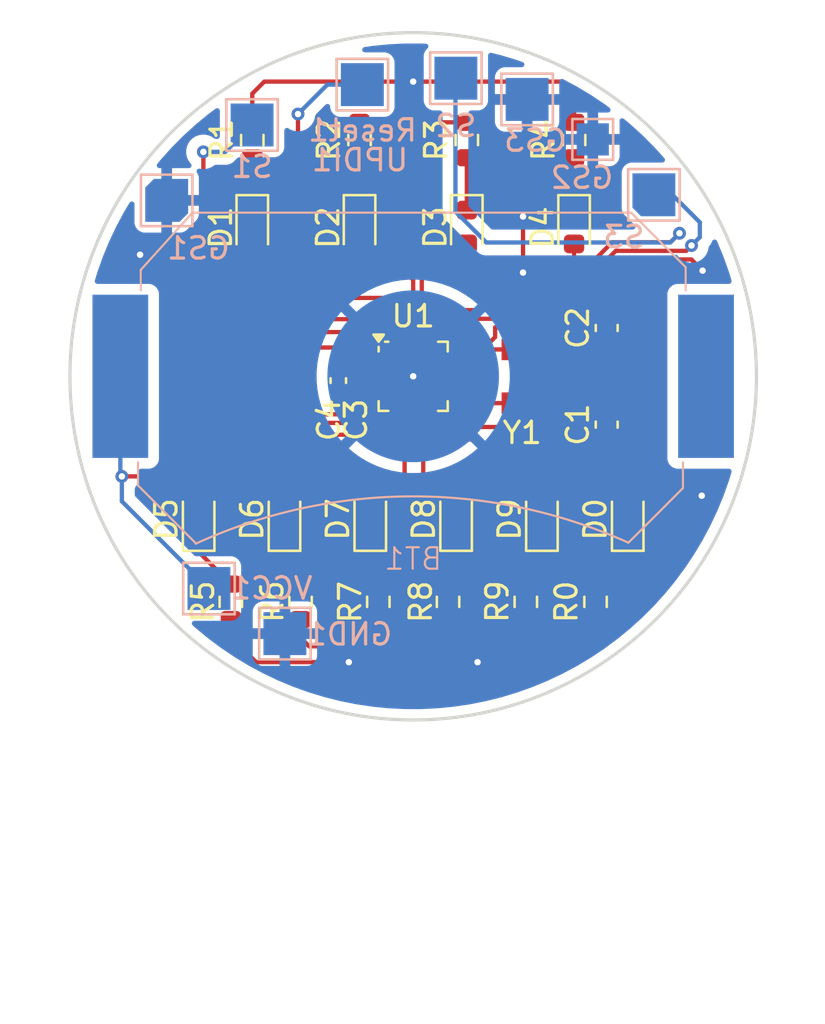
<source format=kicad_pcb>
(kicad_pcb (version 20241229) (generator "pcbnew") (generator_version "9.0")
  (layers (0 "F.Cu" signal) (2 "B.Cu" signal) (13 "F.Paste" user) (15 "B.Paste" user) (5 "F.SilkS" user "F.Silkscreen") (7 "B.SilkS" user "B.Silkscreen") (1 "F.Mask" user) (3 "B.Mask" user) (25 "Edge.Cuts" user))
  (net 0 "")
  (net 1 "Net-(U1-PB3)")
  (net 2 "Net-(U1-PB2)")
  (net 3 "Net-(D1-A)")
  (net 4 "Net-(D1-K)")
  (net 5 "Net-(D2-K)")
  (net 6 "Net-(D2-A)")
  (net 7 "Net-(D3-A)")
  (net 8 "Net-(D3-K)")
  (net 9 "Net-(D4-A)")
  (net 10 "Net-(D4-K)")
  (net 11 "Net-(D5-K)")
  (net 12 "Net-(D5-A)")
  (net 13 "Net-(D6-A)")
  (net 14 "Net-(D6-K)")
  (net 15 "Net-(D7-K)")
  (net 16 "Net-(D7-A)")
  (net 17 "Net-(D8-K)")
  (net 18 "Net-(D8-A)")
  (net 19 "Net-(D9-K)")
  (net 20 "Net-(D9-A)")
  (net 21 "Net-(U1-~{RESET}{slash}PA0)")
  (net 23 "VCC")
  (net 24 "GND")
  (net 25 "Net-(D0-A)")
  (net 26 "Net-(D0-K)")
  (net 27 "Net-(S1-In)")
  (net 28 "Net-(S2-In)")
  (net 30 "Net-(S3-In)")
  (footprint "Resistor_SMD:R_0603_1608Metric" (layer "F.Cu") (at 94.75 110.5 -90)
    (property "Reference" "R6" (at -0.01 1.32 90) (layer "F.SilkS"))
    (property "Value" "50Ω")
    (fp_line (start -0.237258 0.5225) (end 0.237258 0.5225) (stroke (width 0.12)) (layer "F.SilkS"))
    (fp_line (start -0.237258 -0.5225) (end 0.237258 -0.5225) (stroke (width 0.12)) (layer "F.SilkS"))
    (pad "1" smd roundrect (at -0.825 0 270) (size 0.8 0.95) (layers "F.Cu" "F.Mask" "F.Paste") (net 14 "Net-(D6-K)"))
    (pad "2" smd roundrect (at 0.825 0 270) (size 0.8 0.95) (layers "F.Cu" "F.Mask" "F.Paste") (net 24 "GND"))
  )
  (footprint "LED_SMD:LED_0603_1608Metric" (layer "F.Cu") (at 106 106.64 90)
    (property "Reference" "D9" (at -0.02 -1.51 90) (layer "F.SilkS"))
    (property "Value" "LED")
    (fp_line (start 0.8 -0.735) (end -1.485 -0.735) (stroke (width 0.12)) (layer "F.SilkS"))
    (fp_line (start -1.485 -0.735) (end -1.485 0.735) (stroke (width 0.12)) (layer "F.SilkS"))
    (fp_line (start -1.485 0.735) (end 0.8 0.735) (stroke (width 0.12)) (layer "F.SilkS"))
    (pad "1" smd roundrect (at -0.7875 0 90) (size 0.875 0.95) (layers "F.Cu" "F.Mask" "F.Paste") (net 19 "Net-(D9-K)"))
    (pad "2" smd roundrect (at 0.7875 0 90) (size 0.875 0.95) (layers "F.Cu" "F.Mask" "F.Paste") (net 20 "Net-(D9-A)"))
  )
  (footprint "LED_SMD:LED_0603_1608Metric" (layer "F.Cu") (at 90 106.64 90)
    (property "Reference" "D5" (at -0.02 -1.51 90) (layer "F.SilkS"))
    (property "Value" "LED")
    (fp_line (start 0.8 -0.735) (end -1.485 -0.735) (stroke (width 0.12)) (layer "F.SilkS"))
    (fp_line (start -1.485 -0.735) (end -1.485 0.735) (stroke (width 0.12)) (layer "F.SilkS"))
    (fp_line (start -1.485 0.735) (end 0.8 0.735) (stroke (width 0.12)) (layer "F.SilkS"))
    (pad "1" smd roundrect (at -0.7875 0 90) (size 0.875 0.95) (layers "F.Cu" "F.Mask" "F.Paste") (net 11 "Net-(D5-K)"))
    (pad "2" smd roundrect (at 0.7875 0 90) (size 0.875 0.95) (layers "F.Cu" "F.Mask" "F.Paste") (net 12 "Net-(D5-A)"))
  )
  (footprint "Package_DFN_QFN:VQFN-20-1EP_3x3mm_P0.4mm_EP1.7x1.7mm" (layer "F.Cu") (at 100 100)
    (property "Reference" "U1" (at 0 -2.8 0) (layer "F.SilkS"))
    (property "Value" "ATtiny1616-M")
    (fp_line (start -1.61 -1.16) (end -1.61 -1.37) (stroke (width 0.12)) (layer "F.SilkS"))
    (fp_line (start -1.61 1.61) (end -1.61 1.16) (stroke (width 0.12)) (layer "F.SilkS"))
    (fp_line (start -1.16 -1.61) (end -1.31 -1.61) (stroke (width 0.12)) (layer "F.SilkS"))
    (fp_line (start -1.16 1.61) (end -1.61 1.61) (stroke (width 0.12)) (layer "F.SilkS"))
    (fp_line (start 1.16 -1.61) (end 1.61 -1.61) (stroke (width 0.12)) (layer "F.SilkS"))
    (fp_line (start 1.16 1.61) (end 1.61 1.61) (stroke (width 0.12)) (layer "F.SilkS"))
    (fp_line (start 1.61 -1.61) (end 1.61 -1.16) (stroke (width 0.12)) (layer "F.SilkS"))
    (fp_line (start 1.61 1.61) (end 1.61 1.16) (stroke (width 0.12)) (layer "F.SilkS"))
    (fp_poly (pts (xy -1.61 -1.61) (xy -1.85 -1.94) (xy -1.37 -1.94)) (stroke (width 0.12)) (fill yes) (layer "F.SilkS"))
    (pad "1" smd custom (at -1.45 -0.8) (size 0.143431 0.143431) (layers "F.Cu" "F.Mask" "F.Paste") (net 27 "Net-(S1-In)") (options (clearance outline) (anchor circle)) (primitives (gr_poly (pts (xy -0.35 -0.05) (xy 0.299289 -0.05) (xy 0.35 0.000711) (xy 0.35 0.05) (xy -0.35 0.05)) (width 0.1) (fill yes))))
    (pad "2" smd roundrect (at -1.45 -0.4) (size 0.8 0.2) (layers "F.Cu" "F.Mask" "F.Paste"))
    (pad "3" smd roundrect (at -1.45 0) (size 0.8 0.2) (layers "F.Cu" "F.Mask" "F.Paste") (net 24 "GND"))
    (pad "4" smd roundrect (at -1.45 0.4) (size 0.8 0.2) (layers "F.Cu" "F.Mask" "F.Paste") (net 23 "VCC"))
    (pad "5" smd custom (at -1.45 0.8) (size 0.143431 0.143431) (layers "F.Cu" "F.Mask" "F.Paste") (net 12 "Net-(D5-A)") (options (clearance outline) (anchor circle)) (primitives (gr_poly (pts (xy -0.35 -0.05) (xy 0.35 -0.05) (xy 0.35 -0.000711) (xy 0.299289 0.05) (xy -0.35 0.05)) (width 0.1) (fill yes))))
    (pad "6" smd custom (at -0.8 1.45) (size 0.143431 0.143431) (layers "F.Cu" "F.Mask" "F.Paste") (net 13 "Net-(D6-A)") (options (clearance outline) (anchor circle)) (primitives (gr_poly (pts (xy -0.05 -0.299289) (xy 0.000711 -0.35) (xy 0.05 -0.35) (xy 0.05 0.35) (xy -0.05 0.35)) (width 0.1) (fill yes))))
    (pad "7" smd roundrect (at -0.4 1.45) (size 0.2 0.8) (layers "F.Cu" "F.Mask" "F.Paste") (net 16 "Net-(D7-A)"))
    (pad "8" smd roundrect (at 0 1.45) (size 0.2 0.8) (layers "F.Cu" "F.Mask" "F.Paste") (net 18 "Net-(D8-A)"))
    (pad "9" smd roundrect (at 0.4 1.45) (size 0.2 0.8) (layers "F.Cu" "F.Mask" "F.Paste") (net 20 "Net-(D9-A)"))
    (pad "10" smd custom (at 0.8 1.45) (size 0.143431 0.143431) (layers "F.Cu" "F.Mask" "F.Paste") (net 25 "Net-(D0-A)") (options (clearance outline) (anchor circle)) (primitives (gr_poly (pts (xy -0.05 -0.35) (xy -0.000711 -0.35) (xy 0.05 -0.299289) (xy 0.05 0.35) (xy -0.05 0.35)) (width 0.1) (fill yes))))
    (pad "11" smd custom (at 1.45 0.8) (size 0.143431 0.143431) (layers "F.Cu" "F.Mask" "F.Paste") (net 1 "Net-(U1-PB3)") (options (clearance outline) (anchor circle)) (primitives (gr_poly (pts (xy -0.35 -0.05) (xy 0.35 -0.05) (xy 0.35 0.05) (xy -0.299289 0.05) (xy -0.35 -0.000711)) (width 0.1) (fill yes))))
    (pad "12" smd roundrect (at 1.45 0.4) (size 0.8 0.2) (layers "F.Cu" "F.Mask" "F.Paste") (net 2 "Net-(U1-PB2)"))
    (pad "13" smd roundrect (at 1.45 0) (size 0.8 0.2) (layers "F.Cu" "F.Mask" "F.Paste") (net 30 "Net-(S3-In)"))
    (pad "14" smd roundrect (at 1.45 -0.4) (size 0.8 0.2) (layers "F.Cu" "F.Mask" "F.Paste"))
    (pad "15" smd custom (at 1.45 -0.8) (size 0.143431 0.143431) (layers "F.Cu" "F.Mask" "F.Paste") (net 28 "Net-(S2-In)") (options (clearance outline) (anchor circle)) (primitives (gr_poly (pts (xy -0.35 0.000711) (xy -0.299289 -0.05) (xy 0.35 -0.05) (xy 0.35 0.05) (xy -0.35 0.05)) (width 0.1) (fill yes))))
    (pad "16" smd custom (at 0.8 -1.45) (size 0.143431 0.143431) (layers "F.Cu" "F.Mask" "F.Paste") (net 9 "Net-(D4-A)") (options (clearance outline) (anchor circle)) (primitives (gr_poly (pts (xy -0.05 -0.35) (xy 0.05 -0.35) (xy 0.05 0.299289) (xy -0.000711 0.35) (xy -0.05 0.35)) (width 0.1) (fill yes))))
    (pad "17" smd roundrect (at 0.4 -1.45) (size 0.2 0.8) (layers "F.Cu" "F.Mask" "F.Paste") (net 7 "Net-(D3-A)"))
    (pad "18" smd roundrect (at 0 -1.45) (size 0.2 0.8) (layers "F.Cu" "F.Mask" "F.Paste") (net 6 "Net-(D2-A)"))
    (pad "19" smd roundrect (at -0.4 -1.45) (size 0.2 0.8) (layers "F.Cu" "F.Mask" "F.Paste") (net 21 "Net-(U1-~{RESET}{slash}PA0)"))
    (pad "20" smd custom (at -0.8 -1.45) (size 0.143431 0.143431) (layers "F.Cu" "F.Mask" "F.Paste") (net 3 "Net-(D1-A)") (options (clearance outline) (anchor circle)) (primitives (gr_poly (pts (xy -0.05 -0.35) (xy 0.05 -0.35) (xy 0.05 0.35) (xy 0.000711 0.35) (xy -0.05 0.299289)) (width 0.1) (fill yes))))
    (pad "21" smd rect (at 0 0) (size 1.7 1.7) (property pad_prop_heatsink) (layers "F.Cu" "F.Mask") (net 24 "GND"))
  )
  (footprint "LED_SMD:LED_0603_1608Metric" (layer "F.Cu") (at 98 106.64 90)
    (property "Reference" "D7" (at -0.02 -1.51 90) (layer "F.SilkS"))
    (property "Value" "LED")
    (fp_line (start 0.8 -0.735) (end -1.485 -0.735) (stroke (width 0.12)) (layer "F.SilkS"))
    (fp_line (start -1.485 -0.735) (end -1.485 0.735) (stroke (width 0.12)) (layer "F.SilkS"))
    (fp_line (start -1.485 0.735) (end 0.8 0.735) (stroke (width 0.12)) (layer "F.SilkS"))
    (pad "1" smd roundrect (at -0.7875 0 90) (size 0.875 0.95) (layers "F.Cu" "F.Mask" "F.Paste") (net 15 "Net-(D7-K)"))
    (pad "2" smd roundrect (at 0.7875 0 90) (size 0.875 0.95) (layers "F.Cu" "F.Mask" "F.Paste") (net 16 "Net-(D7-A)"))
  )
  (footprint "Resistor_SMD:R_0603_1608Metric" (layer "F.Cu") (at 92.5 89 90)
    (property "Reference" "R1" (at 0 -1.43 90) (layer "F.SilkS"))
    (property "Value" "50Ω")
    (fp_line (start -0.237258 -0.5225) (end 0.237258 -0.5225) (stroke (width 0.12)) (layer "F.SilkS"))
    (fp_line (start -0.237258 0.5225) (end 0.237258 0.5225) (stroke (width 0.12)) (layer "F.SilkS"))
    (pad "1" smd roundrect (at -0.825 0 90) (size 0.8 0.95) (layers "F.Cu" "F.Mask" "F.Paste") (net 4 "Net-(D1-K)"))
    (pad "2" smd roundrect (at 0.825 0 90) (size 0.8 0.95) (layers "F.Cu" "F.Mask" "F.Paste") (net 24 "GND"))
  )
  (footprint "Capacitor_SMD:C_0603_1608Metric" (layer "F.Cu") (at 109.02 102.25 -90)
    (property "Reference" "C1" (at 0 1.35 90) (layer "F.SilkS"))
    (property "Value" "15pf")
    (fp_line (start -0.14058 0.51) (end 0.14058 0.51) (stroke (width 0.12)) (layer "F.SilkS"))
    (fp_line (start -0.14058 -0.51) (end 0.14058 -0.51) (stroke (width 0.12)) (layer "F.SilkS"))
    (pad "1" smd roundrect (at -0.775 0 270) (size 0.9 0.95) (layers "F.Cu" "F.Mask" "F.Paste") (net 1 "Net-(U1-PB3)"))
    (pad "2" smd roundrect (at 0.775 0 270) (size 0.9 0.95) (layers "F.Cu" "F.Mask" "F.Paste") (net 24 "GND"))
  )
  (footprint "Resistor_SMD:R_0603_1608Metric" (layer "F.Cu") (at 98.375 110.5 -90)
    (property "Reference" "R7" (at 0.01 1.315 90) (layer "F.SilkS"))
    (property "Value" "50Ω")
    (fp_line (start -0.237258 0.5225) (end 0.237258 0.5225) (stroke (width 0.12)) (layer "F.SilkS"))
    (fp_line (start -0.237258 -0.5225) (end 0.237258 -0.5225) (stroke (width 0.12)) (layer "F.SilkS"))
    (pad "1" smd roundrect (at -0.825 0 270) (size 0.8 0.95) (layers "F.Cu" "F.Mask" "F.Paste") (net 15 "Net-(D7-K)"))
    (pad "2" smd roundrect (at 0.825 0 270) (size 0.8 0.95) (layers "F.Cu" "F.Mask" "F.Paste") (net 24 "GND"))
  )
  (footprint "LED_SMD:LED_0603_1608Metric" (layer "F.Cu") (at 92.5 93.05 -90)
    (property "Reference" "D1" (at 0.03 1.47 90) (layer "F.SilkS"))
    (property "Value" "LED")
    (fp_line (start -1.485 0.735) (end 0.8 0.735) (stroke (width 0.12)) (layer "F.SilkS"))
    (fp_line (start -1.485 -0.735) (end -1.485 0.735) (stroke (width 0.12)) (layer "F.SilkS"))
    (fp_line (start 0.8 -0.735) (end -1.485 -0.735) (stroke (width 0.12)) (layer "F.SilkS"))
    (pad "1" smd roundrect (at -0.7875 0 270) (size 0.875 0.95) (layers "F.Cu" "F.Mask" "F.Paste") (net 4 "Net-(D1-K)"))
    (pad "2" smd roundrect (at 0.7875 0 270) (size 0.875 0.95) (layers "F.Cu" "F.Mask" "F.Paste") (net 3 "Net-(D1-A)"))
  )
  (footprint "Capacitor_SMD:C_0201_0603Metric" (layer "F.Cu") (at 97.33 100.18 90)
    (property "Reference" "C3" (at -1.85 0 90) (layer "F.SilkS"))
    (property "Value" "0.1 µF")
    (pad "1" smd roundrect (at -0.32 0 90) (size 0.46 0.4) (layers "F.Cu" "F.Mask") (net 23 "VCC"))
    (pad "2" smd roundrect (at 0.32 0 90) (size 0.46 0.4) (layers "F.Cu" "F.Mask") (net 24 "GND"))
  )
  (footprint "Resistor_SMD:R_0603_1608Metric" (layer "F.Cu") (at 107.5 89 90)
    (property "Reference" "R4" (at 0 -1.43 90) (layer "F.SilkS"))
    (property "Value" "50Ω")
    (fp_line (start -0.237258 -0.5225) (end 0.237258 -0.5225) (stroke (width 0.12)) (layer "F.SilkS"))
    (fp_line (start -0.237258 0.5225) (end 0.237258 0.5225) (stroke (width 0.12)) (layer "F.SilkS"))
    (pad "1" smd roundrect (at -0.825 0 90) (size 0.8 0.95) (layers "F.Cu" "F.Mask" "F.Paste") (net 10 "Net-(D4-K)"))
    (pad "2" smd roundrect (at 0.825 0 90) (size 0.8 0.95) (layers "F.Cu" "F.Mask" "F.Paste") (net 24 "GND"))
  )
  (footprint "LED_SMD:LED_0603_1608Metric" (layer "F.Cu") (at 102.5 93.05 -90)
    (property "Reference" "D3" (at 0.02 1.47 90) (layer "F.SilkS"))
    (property "Value" "LED")
    (fp_line (start -1.485 0.735) (end 0.8 0.735) (stroke (width 0.12)) (layer "F.SilkS"))
    (fp_line (start -1.485 -0.735) (end -1.485 0.735) (stroke (width 0.12)) (layer "F.SilkS"))
    (fp_line (start 0.8 -0.735) (end -1.485 -0.735) (stroke (width 0.12)) (layer "F.SilkS"))
    (pad "1" smd roundrect (at -0.7875 0 270) (size 0.875 0.95) (layers "F.Cu" "F.Mask" "F.Paste") (net 8 "Net-(D3-K)"))
    (pad "2" smd roundrect (at 0.7875 0 270) (size 0.875 0.95) (layers "F.Cu" "F.Mask" "F.Paste") (net 7 "Net-(D3-A)"))
  )
  (footprint "LED_SMD:LED_0603_1608Metric" (layer "F.Cu") (at 94 106.64 90)
    (property "Reference" "D6" (at -0.02 -1.51 90) (layer "F.SilkS"))
    (property "Value" "LED")
    (fp_line (start 0.8 -0.735) (end -1.485 -0.735) (stroke (width 0.12)) (layer "F.SilkS"))
    (fp_line (start -1.485 -0.735) (end -1.485 0.735) (stroke (width 0.12)) (layer "F.SilkS"))
    (fp_line (start -1.485 0.735) (end 0.8 0.735) (stroke (width 0.12)) (layer "F.SilkS"))
    (pad "1" smd roundrect (at -0.7875 0 90) (size 0.875 0.95) (layers "F.Cu" "F.Mask" "F.Paste") (net 14 "Net-(D6-K)"))
    (pad "2" smd roundrect (at 0.7875 0 90) (size 0.875 0.95) (layers "F.Cu" "F.Mask" "F.Paste") (net 13 "Net-(D6-A)"))
  )
  (footprint "LED_SMD:LED_0603_1608Metric" (layer "F.Cu") (at 97.5 93.05 -90)
    (property "Reference" "D2" (at 0.03 1.47 90) (layer "F.SilkS"))
    (property "Value" "LED")
    (fp_line (start -1.485 0.735) (end 0.8 0.735) (stroke (width 0.12)) (layer "F.SilkS"))
    (fp_line (start -1.485 -0.735) (end -1.485 0.735) (stroke (width 0.12)) (layer "F.SilkS"))
    (fp_line (start 0.8 -0.735) (end -1.485 -0.735) (stroke (width 0.12)) (layer "F.SilkS"))
    (pad "1" smd roundrect (at -0.7875 0 270) (size 0.875 0.95) (layers "F.Cu" "F.Mask" "F.Paste") (net 5 "Net-(D2-K)"))
    (pad "2" smd roundrect (at 0.7875 0 270) (size 0.875 0.95) (layers "F.Cu" "F.Mask" "F.Paste") (net 6 "Net-(D2-A)"))
  )
  (footprint "LED_SMD:LED_0603_1608Metric" (layer "F.Cu") (at 107.5 93.05 -90)
    (property "Reference" "D4" (at 0.02 1.47 90) (layer "F.SilkS"))
    (property "Value" "LED")
    (fp_line (start -1.485 0.735) (end 0.8 0.735) (stroke (width 0.12)) (layer "F.SilkS"))
    (fp_line (start -1.485 -0.735) (end -1.485 0.735) (stroke (width 0.12)) (layer "F.SilkS"))
    (fp_line (start 0.8 -0.735) (end -1.485 -0.735) (stroke (width 0.12)) (layer "F.SilkS"))
    (pad "1" smd roundrect (at -0.7875 0 270) (size 0.875 0.95) (layers "F.Cu" "F.Mask" "F.Paste") (net 10 "Net-(D4-K)"))
    (pad "2" smd roundrect (at 0.7875 0 270) (size 0.875 0.95) (layers "F.Cu" "F.Mask" "F.Paste") (net 9 "Net-(D4-A)"))
  )
  (footprint "Resistor_SMD:R_0603_1608Metric" (layer "F.Cu") (at 108.5 110.5 -90)
    (property "Reference" "R0" (at 0 1.36 90) (layer "F.SilkS"))
    (property "Value" "50Ω")
    (fp_line (start -0.237258 0.5225) (end 0.237258 0.5225) (stroke (width 0.12)) (layer "F.SilkS"))
    (fp_line (start -0.237258 -0.5225) (end 0.237258 -0.5225) (stroke (width 0.12)) (layer "F.SilkS"))
    (pad "1" smd roundrect (at -0.825 0 270) (size 0.8 0.95) (layers "F.Cu" "F.Mask" "F.Paste") (net 26 "Net-(D0-K)"))
    (pad "2" smd roundrect (at 0.825 0 270) (size 0.8 0.95) (layers "F.Cu" "F.Mask" "F.Paste") (net 24 "GND"))
  )
  (footprint "LED_SMD:LED_0603_1608Metric" (layer "F.Cu") (at 110 106.64 90)
    (property "Reference" "D0" (at -0.02 -1.51 90) (layer "F.SilkS"))
    (property "Value" "LED")
    (fp_line (start 0.8 -0.735) (end -1.485 -0.735) (stroke (width 0.12)) (layer "F.SilkS"))
    (fp_line (start -1.485 -0.735) (end -1.485 0.735) (stroke (width 0.12)) (layer "F.SilkS"))
    (fp_line (start -1.485 0.735) (end 0.8 0.735) (stroke (width 0.12)) (layer "F.SilkS"))
    (pad "1" smd roundrect (at -0.7875 0 90) (size 0.875 0.95) (layers "F.Cu" "F.Mask" "F.Paste") (net 26 "Net-(D0-K)"))
    (pad "2" smd roundrect (at 0.7875 0 90) (size 0.875 0.95) (layers "F.Cu" "F.Mask" "F.Paste") (net 25 "Net-(D0-A)"))
  )
  (footprint "Resistor_SMD:R_0603_1608Metric" (layer "F.Cu") (at 97.5 89 90)
    (property "Reference" "R2" (at 0 -1.43 90) (layer "F.SilkS"))
    (property "Value" "50Ω")
    (fp_line (start -0.237258 -0.5225) (end 0.237258 -0.5225) (stroke (width 0.12)) (layer "F.SilkS"))
    (fp_line (start -0.237258 0.5225) (end 0.237258 0.5225) (stroke (width 0.12)) (layer "F.SilkS"))
    (pad "1" smd roundrect (at -0.825 0 90) (size 0.8 0.95) (layers "F.Cu" "F.Mask" "F.Paste") (net 5 "Net-(D2-K)"))
    (pad "2" smd roundrect (at 0.825 0 90) (size 0.8 0.95) (layers "F.Cu" "F.Mask" "F.Paste") (net 24 "GND"))
  )
  (footprint "Resistor_SMD:R_0603_1608Metric" (layer "F.Cu") (at 101.625 110.5 -90)
    (property "Reference" "R8" (at 0 1.275 90) (layer "F.SilkS"))
    (property "Value" "50Ω")
    (fp_line (start -0.237258 0.5225) (end 0.237258 0.5225) (stroke (width 0.12)) (layer "F.SilkS"))
    (fp_line (start -0.237258 -0.5225) (end 0.237258 -0.5225) (stroke (width 0.12)) (layer "F.SilkS"))
    (pad "1" smd roundrect (at -0.825 0 270) (size 0.8 0.95) (layers "F.Cu" "F.Mask" "F.Paste") (net 17 "Net-(D8-K)"))
    (pad "2" smd roundrect (at 0.825 0 270) (size 0.8 0.95) (layers "F.Cu" "F.Mask" "F.Paste") (net 24 "GND"))
  )
  (footprint "Library:FC31M2-32.768-NTLNNDTL" (layer "F.Cu") (at 105.02 100)
    (property "Reference" "Y1" (at 0.06 2.63 0) (layer "F.SilkS"))
    (property "Value" "Crystal")
    (pad "1" smd rect (at 0 -1.25 180) (size 1.8 1) (layers "F.Cu" "F.Mask" "F.Paste") (net 2 "Net-(U1-PB2)"))
    (pad "2" smd rect (at 0 1.25 180) (size 1.8 1) (layers "F.Cu" "F.Mask" "F.Paste") (net 1 "Net-(U1-PB3)"))
  )
  (footprint "LED_SMD:LED_0603_1608Metric" (layer "F.Cu") (at 102 106.64 90)
    (property "Reference" "D8" (at -0.02 -1.51 90) (layer "F.SilkS"))
    (property "Value" "LED")
    (fp_line (start 0.8 -0.735) (end -1.485 -0.735) (stroke (width 0.12)) (layer "F.SilkS"))
    (fp_line (start -1.485 -0.735) (end -1.485 0.735) (stroke (width 0.12)) (layer "F.SilkS"))
    (fp_line (start -1.485 0.735) (end 0.8 0.735) (stroke (width 0.12)) (layer "F.SilkS"))
    (pad "1" smd roundrect (at -0.7875 0 90) (size 0.875 0.95) (layers "F.Cu" "F.Mask" "F.Paste") (net 17 "Net-(D8-K)"))
    (pad "2" smd roundrect (at 0.7875 0 90) (size 0.875 0.95) (layers "F.Cu" "F.Mask" "F.Paste") (net 18 "Net-(D8-A)"))
  )
  (footprint "Capacitor_SMD:C_0603_1608Metric" (layer "F.Cu") (at 109.02 97.75 90)
    (property "Reference" "C2" (at 0 -1.35 270) (layer "F.SilkS"))
    (property "Value" "15pf")
    (fp_line (start -0.14058 -0.51) (end 0.14058 -0.51) (stroke (width 0.12)) (layer "F.SilkS"))
    (fp_line (start -0.14058 0.51) (end 0.14058 0.51) (stroke (width 0.12)) (layer "F.SilkS"))
    (pad "1" smd roundrect (at -0.775 0 90) (size 0.9 0.95) (layers "F.Cu" "F.Mask" "F.Paste") (net 2 "Net-(U1-PB2)"))
    (pad "2" smd roundrect (at 0.775 0 90) (size 0.9 0.95) (layers "F.Cu" "F.Mask" "F.Paste") (net 24 "GND"))
  )
  (footprint "Capacitor_SMD:C_0402_1005Metric" (layer "F.Cu") (at 96.51 100.2 90)
    (property "Reference" "C4" (at -1.84 -0.44 90) (layer "F.SilkS"))
    (property "Value" "10 µF")
    (fp_line (start -0.107836 -0.36) (end 0.107836 -0.36) (stroke (width 0.12)) (layer "F.SilkS"))
    (fp_line (start -0.107836 0.36) (end 0.107836 0.36) (stroke (width 0.12)) (layer "F.SilkS"))
    (pad "1" smd roundrect (at -0.48 0 90) (size 0.56 0.62) (layers "F.Cu" "F.Mask" "F.Paste") (net 23 "VCC"))
    (pad "2" smd roundrect (at 0.48 0 90) (size 0.56 0.62) (layers "F.Cu" "F.Mask" "F.Paste") (net 24 "GND"))
  )
  (footprint "Resistor_SMD:R_0603_1608Metric" (layer "F.Cu") (at 105.25 110.5 -90)
    (property "Reference" "R9" (at -0.01 1.33 90) (layer "F.SilkS"))
    (property "Value" "50Ω")
    (fp_line (start -0.237258 0.5225) (end 0.237258 0.5225) (stroke (width 0.12)) (layer "F.SilkS"))
    (fp_line (start -0.237258 -0.5225) (end 0.237258 -0.5225) (stroke (width 0.12)) (layer "F.SilkS"))
    (pad "1" smd roundrect (at -0.825 0 270) (size 0.8 0.95) (layers "F.Cu" "F.Mask" "F.Paste") (net 19 "Net-(D9-K)"))
    (pad "2" smd roundrect (at 0.825 0 270) (size 0.8 0.95) (layers "F.Cu" "F.Mask" "F.Paste") (net 24 "GND"))
  )
  (footprint "Resistor_SMD:R_0603_1608Metric" (layer "F.Cu") (at 91.5 110.5 -90)
    (property "Reference" "R5" (at -0.005 1.3 90) (layer "F.SilkS"))
    (property "Value" "50Ω")
    (fp_line (start -0.237258 0.5225) (end 0.237258 0.5225) (stroke (width 0.12)) (layer "F.SilkS"))
    (fp_line (start -0.237258 -0.5225) (end 0.237258 -0.5225) (stroke (width 0.12)) (layer "F.SilkS"))
    (pad "1" smd roundrect (at -0.825 0 270) (size 0.8 0.95) (layers "F.Cu" "F.Mask" "F.Paste") (net 11 "Net-(D5-K)"))
    (pad "2" smd roundrect (at 0.825 0 270) (size 0.8 0.95) (layers "F.Cu" "F.Mask" "F.Paste") (net 24 "GND"))
  )
  (footprint "Resistor_SMD:R_0603_1608Metric" (layer "F.Cu") (at 102.5 89 90)
    (property "Reference" "R3" (at 0 -1.43 90) (layer "F.SilkS"))
    (property "Value" "50Ω")
    (fp_line (start -0.237258 -0.5225) (end 0.237258 -0.5225) (stroke (width 0.12)) (layer "F.SilkS"))
    (fp_line (start -0.237258 0.5225) (end 0.237258 0.5225) (stroke (width 0.12)) (layer "F.SilkS"))
    (pad "1" smd roundrect (at -0.825 0 90) (size 0.8 0.95) (layers "F.Cu" "F.Mask" "F.Paste") (net 8 "Net-(D3-K)"))
    (pad "2" smd roundrect (at 0.825 0 90) (size 0.8 0.95) (layers "F.Cu" "F.Mask" "F.Paste") (net 24 "GND"))
  )
  (footprint "TestPoint:TestPoint_Pad_1.5x1.5mm" (layer "B.Cu") (at 108.37 88.97 180)
    (property "Reference" "GS3" (at 2.67 -0.05 0) (layer "B.SilkS") (effects (justify mirror)))
    (property "Value" "~" (hide yes))
    (fp_line (start 0.95 0.95) (end 0.95 -0.95) (stroke (width 0.12)) (layer "B.SilkS"))
    (fp_line (start 0.95 -0.95) (end -0.95 -0.95) (stroke (width 0.12)) (layer "B.SilkS"))
    (fp_line (start -0.95 0.95) (end 0.95 0.95) (stroke (width 0.12)) (layer "B.SilkS"))
    (fp_line (start -0.95 -0.95) (end -0.95 0.95) (stroke (width 0.12)) (layer "B.SilkS"))
    (pad "1" smd rect (at 0 0 180) (size 1.5 1.5) (layers "B.Cu" "B.Mask") (net 24 "GND"))
  )
  (footprint "TestPoint:TestPoint_Pad_2.0x2.0mm" (layer "B.Cu") (at 94.02 111.98 180)
    (property "Reference" "GND1" (at -3 -0.03 0) (layer "B.SilkS") (effects (justify mirror)))
    (property "Value" "TestPoint")
    (fp_line (start 1.2 1.2) (end 1.2 -1.2) (stroke (width 0.12)) (layer "B.SilkS"))
    (fp_line (start 1.2 -1.2) (end -1.2 -1.2) (stroke (width 0.12)) (layer "B.SilkS"))
    (fp_line (start -1.2 1.2) (end 1.2 1.2) (stroke (width 0.12)) (layer "B.SilkS"))
    (fp_line (start -1.2 -1.2) (end -1.2 1.2) (stroke (width 0.12)) (layer "B.SilkS"))
    (pad "1" smd rect (at 0 0 180) (size 2 2) (layers "B.Cu" "B.Mask") (net 24 "GND"))
  )
  (footprint "Library:MY-2450-03" (layer "B.Cu") (at 100 100 180)
    (property "Reference" "BT1" (at 0 -8.5 0) (layer "B.SilkS") (effects (font (thickness 0.1)) (justify mirror)))
    (property "Value" "2450 Battery_Cell")
    (fp_line (start 12.827 -5.08) (end 12.827 -4) (stroke (width 0.1)) (layer "B.SilkS"))
    (fp_line (start 12.827 -5.08) (end 10.16 -7.747) (stroke (width 0.1)) (layer "B.SilkS"))
    (fp_line (start 12.7 4.953) (end 12.7 4) (stroke (width 0.1)) (layer "B.SilkS"))
    (fp_line (start 10.287 7.62) (end 12.7 4.953) (stroke (width 0.1)) (layer "B.SilkS"))
    (fp_line (start -10.033 -7.747) (end -12.573 -5.207) (stroke (width 0.1)) (layer "B.SilkS"))
    (fp_line (start -10.16 7.62) (end 10.287 7.62) (stroke (width 0.1)) (layer "B.SilkS"))
    (fp_line (start -12.573 -5.207) (end -12.573 -4) (stroke (width 0.1)) (layer "B.SilkS"))
    (fp_line (start -12.7 5.08) (end -10.16 7.62) (stroke (width 0.1)) (layer "B.SilkS"))
    (fp_line (start -12.7 5.08) (end -12.7 4) (stroke (width 0.1)) (layer "B.SilkS"))
    (fp_arc (start 10.138206 -7.794734) (mid 0.057764 -5.589884) (end -10.033 -7.747) (stroke (width 0.1)) (layer "B.SilkS"))
    (pad "1" smd rect (at -13.65 0 180) (size 2.6 7.6) (layers "B.Cu" "B.Mask" "B.Paste") (net 23 "VCC"))
    (pad "1" smd rect (at 13.65 0 180) (size 2.6 7.6) (layers "B.Cu" "B.Mask" "B.Paste") (net 23 "VCC"))
    (pad "2" smd circle (at 0 0 180) (size 8 8) (layers "B.Cu" "B.Mask" "B.Paste") (net 24 "GND"))
  )
  (footprint "TestPoint:TestPoint_Pad_2.0x2.0mm" (layer "B.Cu") (at 97.63 86.42 180)
    (property "Reference" "Reset1" (at -0.01 -2.13 0) (layer "B.SilkS") (effects (justify mirror)))
    (property "Value" "TestPoint")
    (fp_line (start 1.2 1.2) (end 1.2 -1.2) (stroke (width 0.12)) (layer "B.SilkS"))
    (fp_line (start 1.2 -1.2) (end -1.2 -1.2) (stroke (width 0.12)) (layer "B.SilkS"))
    (fp_line (start -1.2 1.2) (end 1.2 1.2) (stroke (width 0.12)) (layer "B.SilkS"))
    (fp_line (start -1.2 -1.2) (end -1.2 1.2) (stroke (width 0.12)) (layer "B.SilkS"))
    (pad "1" smd rect (at 0 0 180) (size 2 2) (layers "B.Cu" "B.Mask") (net 21 "Net-(U1-~{RESET}{slash}PA0)"))
  )
  (footprint "TestPoint:TestPoint_Pad_2.0x2.0mm" (layer "B.Cu") (at 105.31 87.11 180)
    (property "Reference" "GS2" (at -2.56 -3.64 0) (layer "B.SilkS") (effects (justify mirror)))
    (property "Value" "~" (hide yes))
    (fp_line (start 1.2 1.2) (end 1.2 -1.2) (stroke (width 0.12)) (layer "B.SilkS"))
    (fp_line (start 1.2 -1.2) (end -1.2 -1.2) (stroke (width 0.12)) (layer "B.SilkS"))
    (fp_line (start -1.2 1.2) (end 1.2 1.2) (stroke (width 0.12)) (layer "B.SilkS"))
    (fp_line (start -1.2 -1.2) (end -1.2 1.2) (stroke (width 0.12)) (layer "B.SilkS"))
    (pad "1" smd rect (at 0 0 180) (size 2 2) (layers "B.Cu" "B.Mask") (net 24 "GND"))
  )
  (footprint "TestPoint:TestPoint_Pad_2.0x2.0mm" (layer "B.Cu") (at 111.22 91.55 180)
    (property "Reference" "S3" (at 1.4 -1.96 0) (layer "B.SilkS") (effects (justify mirror)))
    (property "Value" "~" (hide yes))
    (fp_line (start 1.2 1.2) (end 1.2 -1.2) (stroke (width 0.12)) (layer "B.SilkS"))
    (fp_line (start 1.2 -1.2) (end -1.2 -1.2) (stroke (width 0.12)) (layer "B.SilkS"))
    (fp_line (start -1.2 1.2) (end 1.2 1.2) (stroke (width 0.12)) (layer "B.SilkS"))
    (fp_line (start -1.2 -1.2) (end -1.2 1.2) (stroke (width 0.12)) (layer "B.SilkS"))
    (pad "1" smd roundrect (at 0 0 180) (size 2 2) (layers "B.Cu" "B.Mask") (roundrect_rratio 0) (chamfer_ratio 0.2) (chamfer top_right) (net 30 "Net-(S3-In)"))
  )
  (footprint "TestPoint:TestPoint_Pad_2.0x2.0mm" (layer "B.Cu") (at 101.99 86.12 180)
    (property "Reference" "S2" (at 0 -2.22 0) (layer "B.SilkS") (effects (justify mirror)))
    (property "Value" "~" (hide yes))
    (fp_line (start 1.2 1.2) (end 1.2 -1.2) (stroke (width 0.12)) (layer "B.SilkS"))
    (fp_line (start 1.2 -1.2) (end -1.2 -1.2) (stroke (width 0.12)) (layer "B.SilkS"))
    (fp_line (start -1.2 1.2) (end 1.2 1.2) (stroke (width 0.12)) (layer "B.SilkS"))
    (fp_line (start -1.2 -1.2) (end -1.2 1.2) (stroke (width 0.12)) (layer "B.SilkS"))
    (pad "1" smd rect (at 0 0 180) (size 2 2) (layers "B.Cu" "B.Mask") (net 28 "Net-(S2-In)"))
  )
  (footprint "TestPoint:TestPoint_Pad_2.0x2.0mm" (layer "B.Cu") (at 92.49 88.3 180)
    (property "Reference" "S1" (at 0 -1.94 0) (layer "B.SilkS") (effects (justify mirror)))
    (property "Value" "~")
    (fp_line (start 1.2 1.2) (end 1.2 -1.2) (stroke (width 0.12)) (layer "B.SilkS"))
    (fp_line (start 1.2 -1.2) (end -1.2 -1.2) (stroke (width 0.12)) (layer "B.SilkS"))
    (fp_line (start -1.2 1.2) (end 1.2 1.2) (stroke (width 0.12)) (layer "B.SilkS"))
    (fp_line (start -1.2 -1.2) (end -1.2 1.2) (stroke (width 0.12)) (layer "B.SilkS"))
    (pad "1" smd rect (at 0 0 180) (size 2 2) (layers "B.Cu" "B.Mask") (net 27 "Net-(S1-In)"))
  )
  (footprint "TestPoint:TestPoint_Pad_2.0x2.0mm" (layer "B.Cu") (at 88.51 91.81 180)
    (property "Reference" "GS1" (at -1.48 -2.23 0) (layer "B.SilkS") (effects (justify mirror)))
    (property "Value" "~")
    (fp_line (start 1.2 1.2) (end 1.2 -1.2) (stroke (width 0.12)) (layer "B.SilkS"))
    (fp_line (start 1.2 -1.2) (end -1.2 -1.2) (stroke (width 0.12)) (layer "B.SilkS"))
    (fp_line (start -1.2 1.2) (end 1.2 1.2) (stroke (width 0.12)) (layer "B.SilkS"))
    (fp_line (start -1.2 -1.2) (end -1.2 1.2) (stroke (width 0.12)) (layer "B.SilkS"))
    (pad "1" smd roundrect (at 0 0 180) (size 2 2) (layers "B.Cu" "B.Mask") (roundrect_rratio 0) (chamfer_ratio 0.2) (chamfer top_left bottom_right) (net 24 "GND"))
  )
  (footprint "TestPoint:TestPoint_Pad_2.0x2.0mm" (layer "B.Cu") (at 90.48 109.88 180)
    (property "Reference" "VCC1" (at -2.91 0.01 0) (layer "B.SilkS") (effects (justify mirror)))
    (property "Value" "TestPoint")
    (fp_line (start 1.2 1.2) (end 1.2 -1.2) (stroke (width 0.12)) (layer "B.SilkS"))
    (fp_line (start 1.2 -1.2) (end -1.2 -1.2) (stroke (width 0.12)) (layer "B.SilkS"))
    (fp_line (start -1.2 1.2) (end 1.2 1.2) (stroke (width 0.12)) (layer "B.SilkS"))
    (fp_line (start -1.2 -1.2) (end -1.2 1.2) (stroke (width 0.12)) (layer "B.SilkS"))
    (pad "1" smd rect (at 0 0 180) (size 2 2) (layers "B.Cu" "B.Mask") (net 23 "VCC"))
  )
  (gr_line (start 97.33 99.88) (end 96.51 99.7) (stroke (width 0.2)) (layer "F.Cu") (net 24))
  (gr_line (start 97.33 100.48) (end 96.51 100.7) (stroke (width 0.2)) (layer "F.Cu") (net 23))
  (gr_line (start 102.18 95.09) (end 102.5 94.78) (stroke (width 0.2)) (layer "F.Cu") (net 7))
  (gr_circle (center 100 100) (end 116 100) (stroke (width 0.15)) (fill no) (layer "Edge.Cuts"))
  (gr_text "UPDI1" (at 97.52 90.52 0) (layer "B.SilkS") (effects (font (size 1 1)) (justify bottom mirror)))
  (segment (start 101.89 101.24) (end 102 101.24) (width 0.2) (layer "F.Cu") (net 1))
  (segment (start 107.265 101.475) (end 109.02 101.475) (width 0.2) (layer "F.Cu") (net 1))
  (segment (start 107.04 101.25) (end 107.265 101.475) (width 0.2) (layer "F.Cu") (net 1))
  (segment (start 105.02 101.25) (end 107.04 101.25) (width 0.2) (layer "F.Cu") (net 1))
  (segment (start 102 101.24) (end 102.01 101.25) (width 0.2) (layer "F.Cu") (net 1))
  (segment (start 101.45 100.8) (end 101.89 101.24) (width 0.2) (layer "F.Cu") (net 1))
  (segment (start 102.01 101.25) (end 105.02 101.25) (width 0.2) (layer "F.Cu") (net 1))
  (segment (start 107.01 98.75) (end 107.235 98.525) (width 0.2) (layer "F.Cu") (net 2))
  (segment (start 103.27 100.4) (end 101.45 100.4) (width 0.2) (layer "F.Cu") (net 2))
  (segment (start 105.02 98.75) (end 107.01 98.75) (width 0.2) (layer "F.Cu") (net 2))
  (segment (start 103.61 100.06) (end 103.6 100.07) (width 0.2) (layer "F.Cu") (net 2))
  (segment (start 103.6 100.07) (end 103.27 100.4) (width 0.2) (layer "F.Cu") (net 2))
  (segment (start 103.81 98.75) (end 103.61 98.95) (width 0.2) (layer "F.Cu") (net 2))
  (segment (start 103.61 98.95) (end 103.61 100.06) (width 0.2) (layer "F.Cu") (net 2))
  (segment (start 107.235 98.525) (end 109.02 98.525) (width 0.2) (layer "F.Cu") (net 2))
  (segment (start 105.02 98.75) (end 103.81 98.75) (width 0.2) (layer "F.Cu") (net 2))
  (segment (start 99.2 98.55) (end 99.2 97.69) (width 0.2) (layer "F.Cu") (net 3))
  (segment (start 98.85 97.34) (end 92.9 97.34) (width 0.2) (layer "F.Cu") (net 3))
  (segment (start 92.9 97.34) (end 92.5 96.94) (width 0.2) (layer "F.Cu") (net 3))
  (segment (start 92.5 96.94) (end 92.5 93.8375) (width 0.2) (layer "F.Cu") (net 3))
  (segment (start 99.2 97.69) (end 98.85 97.34) (width 0.2) (layer "F.Cu") (net 3))
  (segment (start 92.5 92.2625) (end 92.5 89.825) (width 0.2) (layer "F.Cu") (net 4))
  (segment (start 97.5 92.2625) (end 97.5 89.825) (width 0.2) (layer "F.Cu") (net 5))
  (segment (start 100 95.51) (end 99.63 95.14) (width 0.2) (layer "F.Cu") (net 6))
  (segment (start 100 98.55) (end 100 95.51) (width 0.2) (layer "F.Cu") (net 6))
  (segment (start 99.63 95.14) (end 97.88 95.14) (width 0.2) (layer "F.Cu") (net 6))
  (segment (start 97.5 94.76) (end 97.5 93.8375) (width 0.2) (layer "F.Cu") (net 6))
  (segment (start 97.88 95.14) (end 97.5 94.76) (width 0.2) (layer "F.Cu") (net 6))
  (segment (start 100.81 95.1) (end 100.4 95.51) (width 0.2) (layer "F.Cu") (net 7))
  (segment (start 102.18 95.09) (end 102.17 95.1) (width 0.2) (layer "F.Cu") (net 7))
  (segment (start 102.5 93.8375) (end 102.5 94.78) (width 0.2) (layer "F.Cu") (net 7))
  (segment (start 100.4 95.51) (end 100.4 98.55) (width 0.2) (layer "F.Cu") (net 7))
  (segment (start 102.17 95.1) (end 100.81 95.1) (width 0.2) (layer "F.Cu") (net 7))
  (segment (start 102.5 92.2625) (end 102.5 89.825) (width 0.2) (layer "F.Cu") (net 8))
  (segment (start 106.4 96.92) (end 107.5 95.82) (width 0.2) (layer "F.Cu") (net 9))
  (segment (start 107.5 95.82) (end 107.5 93.8375) (width 0.2) (layer "F.Cu") (net 9))
  (segment (start 101.67 96.92) (end 106.4 96.92) (width 0.2) (layer "F.Cu") (net 9))
  (segment (start 100.8 98.55) (end 100.8 97.79) (width 0.2) (layer "F.Cu") (net 9))
  (segment (start 100.8 97.79) (end 101.67 96.92) (width 0.2) (layer "F.Cu") (net 9))
  (segment (start 107.5 92.2625) (end 107.5 89.825) (width 0.2) (layer "F.Cu") (net 10))
  (segment (start 90 107.4275) (end 90 108.175) (width 0.2) (layer "F.Cu") (net 11))
  (segment (start 90 108.175) (end 91.5 109.675) (width 0.2) (layer "F.Cu") (net 11))
  (segment (start 98.55 100.8) (end 97.18 102.17) (width 0.2) (layer "F.Cu") (net 12))
  (segment (start 90 104.23) (end 90 105.8525) (width 0.2) (layer "F.Cu") (net 12))
  (segment (start 97.18 102.17) (end 92.06 102.17) (width 0.2) (layer "F.Cu") (net 12))
  (segment (start 92.06 102.17) (end 90 104.23) (width 0.2) (layer "F.Cu") (net 12))
  (segment (start 98.77 102.72) (end 94.9 102.72) (width 0.2) (layer "F.Cu") (net 13))
  (segment (start 99.2 102.29) (end 98.77 102.72) (width 0.2) (layer "F.Cu") (net 13))
  (segment (start 94.9 102.72) (end 94 103.62) (width 0.2) (layer "F.Cu") (net 13))
  (segment (start 99.2 101.45) (end 99.2 102.29) (width 0.2) (layer "F.Cu") (net 13))
  (segment (start 94 103.62) (end 94 105.8525) (width 0.2) (layer "F.Cu") (net 13))
  (segment (start 94 107.4275) (end 94 108.925) (width 0.2) (layer "F.Cu") (net 14))
  (segment (start 94 108.925) (end 94.75 109.675) (width 0.2) (layer "F.Cu") (net 14))
  (segment (start 98 107.4275) (end 98 109.3) (width 0.2) (layer "F.Cu") (net 15))
  (segment (start 98 109.3) (end 98.375 109.675) (width 0.2) (layer "F.Cu") (net 15))
  (segment (start 99.1775 105.8525) (end 99.6 105.43) (width 0.2) (layer "F.Cu") (net 16))
  (segment (start 98 105.8525) (end 99.1775 105.8525) (width 0.2) (layer "F.Cu") (net 16))
  (segment (start 99.6 105.43) (end 99.6 101.45) (width 0.2) (layer "F.Cu") (net 16))
  (segment (start 102 109.3) (end 101.625 109.675) (width 0.2) (layer "F.Cu") (net 17))
  (segment (start 102 107.4275) (end 102 109.3) (width 0.2) (layer "F.Cu") (net 17))
  (segment (start 100 101.45) (end 100 102.3) (width 0.2) (layer "F.Cu") (net 18))
  (segment (start 100.47 102.77) (end 100.47 105.37) (width 0.2) (layer "F.Cu") (net 18))
  (segment (start 100.9525 105.8525) (end 102 105.8525) (width 0.2) (layer "F.Cu") (net 18))
  (segment (start 100 102.3) (end 100.47 102.77) (width 0.2) (layer "F.Cu") (net 18))
  (segment (start 100.47 105.37) (end 100.9525 105.8525) (width 0.2) (layer "F.Cu") (net 18))
  (segment (start 106 107.4275) (end 106 108.925) (width 0.2) (layer "F.Cu") (net 19))
  (segment (start 106 108.925) (end 105.25 109.675) (width 0.2) (layer "F.Cu") (net 19))
  (segment (start 104.22 105.21) (end 104.8625 105.8525) (width 0.2) (layer "F.Cu") (net 20))
  (segment (start 104.22 104.09) (end 104.22 105.21) (width 0.2) (layer "F.Cu") (net 20))
  (segment (start 100.4 101.45) (end 100.4 102.04) (width 0.2) (layer "F.Cu") (net 20))
  (segment (start 103.07 102.94) (end 104.22 104.09) (width 0.2) (layer "F.Cu") (net 20))
  (segment (start 100.4 102.04) (end 101.3 102.94) (width 0.2) (layer "F.Cu") (net 20))
  (segment (start 101.3 102.94) (end 103.07 102.94) (width 0.2) (layer "F.Cu") (net 20))
  (segment (start 104.8625 105.8525) (end 106 105.8525) (width 0.2) (layer "F.Cu") (net 20))
  (segment (start 99.6 96.62) (end 99.6 98.55) (width 0.2) (layer "F.Cu") (net 21))
  (segment (start 95.11 96.35) (end 99.33 96.35) (width 0.2) (layer "F.Cu") (net 21))
  (segment (start 99.33 96.35) (end 99.6 96.62) (width 0.2) (layer "F.Cu") (net 21))
  (segment (start 94.63 95.87) (end 95.11 96.35) (width 0.2) (layer "F.Cu") (net 21))
  (segment (start 94.63 87.79) (end 94.63 95.87) (width 0.2) (layer "F.Cu") (net 21))
  (via (at 94.63 87.79) (size 0.6) (drill 0.3) (layers "F.Cu" "B.Cu") (net 21))
  (segment (start 97.63 86.42) (end 96 86.42) (width 0.2) (layer "B.Cu") (net 21))
  (segment (start 94.63 87.79) (end 94.66 87.76) (width 0.2) (layer "B.Cu") (net 21))
  (segment (start 96 86.42) (end 94.63 87.79) (width 0.2) (layer "B.Cu") (net 21))
  (segment (start 97.43145 101.35145) (end 97.0139 101.769) (width 0.2) (layer "F.Cu") (net 23))
  (segment (start 97.74 100.5) (end 97.84 100.4) (width 0.2) (layer "F.Cu") (net 23))
  (segment (start 89.6 104.0629) (end 89.6 104.66) (width 0.2) (layer "F.Cu") (net 23))
  (segment (start 92.16 101.769) (end 91.8939 101.769) (width 0.2) (layer "F.Cu") (net 23))
  (segment (start 97.33 100.5) (end 97.74 100.5) (width 0.2) (layer "F.Cu") (net 23))
  (segment (start 97.84 100.4) (end 98.55 100.4) (width 0.2) (layer "F.Cu") (net 23))
  (segment (start 91.8939 101.769) (end 89.6 104.0629) (width 0.2) (layer "F.Cu") (net 23))
  (segment (start 97.84 100.9429) (end 97.43145 101.35145) (width 0.2) (layer "F.Cu") (net 23))
  (segment (start 97.0139 101.769) (end 95.98 101.769) (width 0.2) (layer "F.Cu") (net 23))
  (segment (start 95.98 101.769) (end 92.16 101.769) (width 0.2) (layer "F.Cu") (net 23))
  (segment (start 97.84 100.4) (end 97.84 100.9429) (width 0.2) (layer "F.Cu") (net 23))
  (segment (start 89.6 104.66) (end 86.42 104.66) (width 0.2) (layer "F.Cu") (net 23))
  (via (at 86.42 104.66) (size 0.6) (drill 0.3) (layers "F.Cu" "B.Cu") (net 23))
  (segment (start 86.42 105.82) (end 90.48 109.88) (width 0.2) (layer "B.Cu") (net 23))
  (segment (start 86.35 104.59) (end 86.35 100) (width 0.2) (layer "B.Cu") (net 23))
  (segment (start 86.42 104.66) (end 86.35 104.59) (width 0.2) (layer "B.Cu") (net 23))
  (segment (start 86.42 104.66) (end 86.42 105.82) (width 0.2) (layer "B.Cu") (net 23))
  (segment (start 103.435 111.325) (end 103 111.76) (width 0.2) (layer "F.Cu") (net 24))
  (segment (start 100 87.76) (end 100 86.28) (width 0.2) (layer "F.Cu") (net 24))
  (segment (start 92.68 113.31) (end 97 113.31) (width 0.2) (layer "F.Cu") (net 24))
  (segment (start 97.01 113.3) (end 97 113.31) (width 0.2) (layer "F.Cu") (net 24))
  (segment (start 98.55 100) (end 97.81 100) (width 0.2) (layer "F.Cu") (net 24))
  (segment (start 89.619 94.689) (end 89.619 96.688942) (width 0.2) (layer "F.Cu") (net 24))
  (segment (start 93.06 86.28) (end 100 86.28) (width 0.2) (layer "F.Cu") (net 24))
  (segment (start 107.5 86.84) (end 106.94 86.28) (width 0.2) (layer "F.Cu") (net 24))
  (segment (start 95.15 112.57) (end 97.01 112.57) (width 0.2) (layer "F.Cu") (net 24))
  (segment (start 111.62 104.84) (end 111.62 105.56) (width 0.2) (layer "F.Cu") (net 24))
  (segment (start 109.02 95.15) (end 109.02 96.975) (width 0.2) (layer "F.Cu") (net 24))
  (segment (start 92.5 88.175) (end 92.5 86.84) (width 0.2) (layer "F.Cu") (net 24))
  (segment (start 91.5 112.13) (end 92.68 113.31) (width 0.2) (layer "F.Cu") (net 24))
  (segment (start 101.625 111.325) (end 101.625 112.835) (width 0.2) (layer "F.Cu") (net 24))
  (segment (start 105.25 111.325) (end 103.435 111.325) (width 0.2) (layer "F.Cu") (net 24))
  (segment (start 107.485 111.325) (end 107.02 111.79) (width 0.2) (layer "F.Cu") (net 24))
  (segment (start 91.590058 98.66) (end 97.55 98.66) (width 0.2) (layer "F.Cu") (net 24))
  (segment (start 97.01 111.57) (end 97.01 112.57) (width 0.2) (layer "F.Cu") (net 24))
  (segment (start 97.669999 100) (end 97.529999 99.86) (width 0.2) (layer "F.Cu") (net 24))
  (segment (start 91.5 111.325) (end 91.5 112.13) (width 0.2) (layer "F.Cu") (net 24))
  (segment (start 102.5 88.175) (end 100.415 88.175) (width 0.2) (layer "F.Cu") (net 24))
  (segment (start 99.585 88.175) (end 100 87.76) (width 0.2) (layer "F.Cu") (net 24))
  (segment (start 111.62 105.56) (end 113.45 105.56) (width 0.2) (layer "F.Cu") (net 24))
  (segment (start 94.75 111.325) (end 94.75 112.17) (width 0.2) (layer "F.Cu") (net 24))
  (segment (start 97.255 111.325) (end 97.01 111.57) (width 0.2) (layer "F.Cu") (net 24))
  (segment (start 105.25 111.325) (end 105.25 111.51) (width 0.2) (layer "F.Cu") (net 24))
  (segment (start 105.12 92.56) (end 105.12 95.17) (width 0.2) (layer "F.Cu") (net 24))
  (segment (start 97.55 98.66) (end 97.81 98.92) (width 0.2) (layer "F.Cu") (net 24))
  (segment (start 107.02 111.79) (end 107.02 112.96) (width 0.2) (layer "F.Cu") (net 24))
  (segment (start 89.27 94.34) (end 89.619 94.689) (width 0.2) (layer "F.Cu") (net 24))
  (segment (start 112.97 94.56) (end 109.61 94.56) (width 0.2) (layer "F.Cu") (net 24))
  (segment (start 92.5 86.84) (end 93.06 86.28) (width 0.2) (layer "F.Cu") (net 24))
  (segment (start 107.02 112.96) (end 106.67 113.31) (width 0.2) (layer "F.Cu") (net 24))
  (segment (start 97.81 98.92) (end 97.81 100) (width 0.2) (layer "F.Cu") (net 24))
  (segment (start 97.5 88.175) (end 99.585 88.175) (width 0.2) (layer "F.Cu") (net 24))
  (segment (start 101.625 112.835) (end 102.1 113.31) (width 0.2) (layer "F.Cu") (net 24))
  (segment (start 107.5 88.175) (end 107.5 86.84) (width 0.2) (layer "F.Cu") (net 24))
  (segment (start 97.529999 99.86) (end 97.33 99.86) (width 0.2) (layer "F.Cu") (net 24))
  (segment (start 94.75 112.17) (end 95.15 112.57) (width 0.2) (layer "F.Cu") (net 24))
  (segment (start 113.49 95.08) (end 112.97 94.56) (width 0.2) (layer "F.Cu") (net 24))
  (segment (start 98.375 111.325) (end 97.255 111.325) (width 0.2) (layer "F.Cu") (net 24))
  (segment (start 102.1 113.31) (end 103 113.31) (width 0.2) (layer "F.Cu") (net 24))
  (segment (start 106.67 113.31) (end 103 113.31) (width 0.2) (layer "F.Cu") (net 24))
  (segment (start 97.01 112.57) (end 97.01 113.3) (width 0.2) (layer "F.Cu") (net 24))
  (segment (start 103 111.76) (end 103 113.31) (width 0.2) (layer "F.Cu") (net 24))
  (segment (start 109.02 103.025) (end 109.805 103.025) (width 0.2) (layer "F.Cu") (net 24))
  (segment (start 106.94 86.28) (end 100 86.28) (width 0.2) (layer "F.Cu") (net 24))
  (segment (start 100.415 88.175) (end 100 87.76) (width 0.2) (layer "F.Cu") (net 24))
  (segment (start 87.27 94.34) (end 89.27 94.34) (width 0.2) (layer "F.Cu") (net 24))
  (segment (start 109.61 94.56) (end 109.02 95.15) (width 0.2) (layer "F.Cu") (net 24))
  (segment (start 89.619 96.688942) (end 91.590058 98.66) (width 0.2) (layer "F.Cu") (net 24))
  (segment (start 109.805 103.025) (end 111.62 104.84) (width 0.2) (layer "F.Cu") (net 24))
  (segment (start 108.5 111.325) (end 107.485 111.325) (width 0.2) (layer "F.Cu") (net 24))
  (segment (start 97.81 100) (end 97.669999 100) (width 0.2) (layer "F.Cu") (net 24))
  (via (at 113.45 105.56) (size 0.6) (drill 0.3) (layers "F.Cu" "B.Cu") (net 24))
  (via (at 97 113.31) (size 0.6) (drill 0.3) (layers "F.Cu" "B.Cu") (net 24))
  (via (at 105.12 95.17) (size 0.6) (drill 0.3) (layers "F.Cu" "B.Cu") (net 24))
  (via (at 87.27 94.34) (size 0.6) (drill 0.3) (layers "F.Cu" "B.Cu") (net 24))
  (via (at 100 86.28) (size 0.6) (drill 0.3) (layers "F.Cu" "B.Cu") (net 24))
  (via (at 103 113.31) (size 0.6) (drill 0.3) (layers "F.Cu" "B.Cu") (net 24))
  (via (at 105.12 92.56) (size 0.6) (drill 0.3) (layers "F.Cu" "B.Cu") (net 24))
  (via (at 100 100) (size 0.6) (drill 0.3) (layers "F.Cu" "B.Cu") (net 24))
  (via (at 113.49 95.08) (size 0.6) (drill 0.3) (layers "F.Cu" "B.Cu") (net 24))
  (segment (start 100.8 101.87) (end 101.29 102.36) (width 0.2) (layer "F.Cu") (net 25))
  (segment (start 100.8 101.45) (end 100.8 101.87) (width 0.2) (layer "F.Cu") (net 25))
  (segment (start 109.6725 105.8525) (end 110 105.8525) (width 0.2) (layer "F.Cu") (net 25))
  (segment (start 106.18 102.36) (end 109.6725 105.8525) (width 0.2) (layer "F.Cu") (net 25))
  (segment (start 101.29 102.36) (end 106.18 102.36) (width 0.2) (layer "F.Cu") (net 25))
  (segment (start 110 107.4275) (end 110 108.175) (width 0.2) (layer "F.Cu") (net 26))
  (segment (start 110 108.175) (end 108.5 109.675) (width 0.2) (layer "F.Cu") (net 26))
  (segment (start 98.191 97.941) (end 98.55 98.3) (width 0.2) (layer "F.Cu") (net 27))
  (segment (start 98.55 98.3) (end 98.55 99.2) (width 0.2) (layer "F.Cu") (net 27))
  (segment (start 91.721 97.941) (end 98.191 97.941) (width 0.2) (layer "F.Cu") (net 27))
  (segment (start 90.22 92.79) (end 90.22 96.44) (width 0.2) (layer "F.Cu") (net 27))
  (segment (start 90.22 96.44) (end 91.721 97.941) (width 0.2) (layer "F.Cu") (net 27))
  (segment (start 90.22 92.79) (end 90.22 89.55) (width 0.2) (layer "F.Cu") (net 27))
  (via (at 90.22 89.55) (size 0.6) (drill 0.3) (layers "F.Cu" "B.Cu") (net 27))
  (segment (start 90.22 89.55) (end 91.24 89.55) (width 0.2) (layer "B.Cu") (net 27))
  (segment (start 91.24 89.55) (end 92.49 88.3) (width 0.2) (layer "B.Cu") (net 27))
  (segment (start 111.994231 93.758) (end 112.412105 93.340126) (width 0.2) (layer "F.Cu") (net 28))
  (segment (start 101.45 99.2) (end 101.45 97.7071) (width 0.2) (layer "F.Cu") (net 28))
  (segment (start 101.52355 97.63355) (end 101.8361 97.321) (width 0.2) (layer "F.Cu") (net 28))
  (segment (start 101.45 97.7071) (end 101.52355 97.63355) (width 0.2) (layer "F.Cu") (net 28))
  (segment (start 109.2778 93.758) (end 111.172 93.758) (width 0.2) (layer "F.Cu") (net 28))
  (segment (start 106.5661 97.321) (end 107.901 95.9861) (width 0.2) (layer "F.Cu") (net 28))
  (segment (start 107.901 95.6539) (end 107.901 95.1348) (width 0.2) (layer "F.Cu") (net 28))
  (segment (start 101.8361 97.321) (end 106.46 97.321) (width 0.2) (layer "F.Cu") (net 28))
  (segment (start 106.46 97.321) (end 106.5661 97.321) (width 0.2) (layer "F.Cu") (net 28))
  (segment (start 107.901 95.9861) (end 107.901 95.6539) (width 0.2) (layer "F.Cu") (net 28))
  (segment (start 111.172 93.758) (end 111.994231 93.758) (width 0.2) (layer "F.Cu") (net 28))
  (segment (start 107.901 95.1348) (end 109.2778 93.758) (width 0.2) (layer "F.Cu") (net 28))
  (via (at 112.412105 93.340126) (size 0.6) (drill 0.3) (layers "F.Cu" "B.Cu") (net 28))
  (segment (start 112.412105 93.340126) (end 111.982231 93.77) (width 0.2) (layer "B.Cu") (net 28))
  (segment (start 103.41 93.77) (end 101.97 92.33) (width 0.2) (layer "B.Cu") (net 28))
  (segment (start 111.982231 93.77) (end 103.41 93.77) (width 0.2) (layer "B.Cu") (net 28))
  (segment (start 101.97 92.33) (end 101.97 86.25) (width 0.2) (layer "B.Cu") (net 28))
  (segment (start 103.82 98.1729) (end 103.82 97.722) (width 0.2) (layer "F.Cu") (net 30))
  (segment (start 111.731057 94.159) (end 112.724572 94.159) (width 0.2) (layer "F.Cu") (net 30))
  (segment (start 109.4439 94.159) (end 111.731057 94.159) (width 0.2) (layer "F.Cu") (net 30))
  (segment (start 108.619 94.9839) (end 109.4439 94.159) (width 0.2) (layer "F.Cu") (net 30))
  (segment (start 106.7322 97.722) (end 108.619 95.8352) (width 0.2) (layer "F.Cu") (net 30))
  (segment (start 112.724572 94.159) (end 112.973433 93.910139) (width 0.2) (layer "F.Cu") (net 30))
  (segment (start 108.619 95.8352) (end 108.619 94.9839) (width 0.2) (layer "F.Cu") (net 30))
  (segment (start 101.9929 100) (end 103.82 98.1729) (width 0.2) (layer "F.Cu") (net 30))
  (segment (start 101.45 100) (end 101.9929 100) (width 0.2) (layer "F.Cu") (net 30))
  (segment (start 103.82 97.722) (end 106.7322 97.722) (width 0.2) (layer "F.Cu") (net 30))
  (via (at 112.973433 93.910139) (size 0.6) (drill 0.3) (layers "F.Cu" "B.Cu") (net 30))
  (segment (start 113.36 92.83) (end 112.08 91.55) (width 0.2) (layer "B.Cu") (net 30))
  (segment (start 112.973433 93.910139) (end 113.36 93.523572) (width 0.2) (layer "B.Cu") (net 30))
  (segment (start 113.36 93.523572) (end 113.36 92.83) (width 0.2) (layer "B.Cu") (net 30))
  (segment (start 112.08 91.55) (end 111.22 91.55) (width 0.2) (layer "B.Cu") (net 30))
  (zone (net 24) (net_name "GND") (layer "B.Cu") (connect_pads (clearance 0.5)) (min_thickness 0.25) (fill yes (thermal_gap 0.5) (thermal_bridge_width 0.5))
    (polygon (pts (xy 112.49 85.75) (xy 106.02 82.48) (xy 89.87 84.52) (xy 81.15 95.53) (xy 80.74 110.87) (xy 91.87 119.34) (xy 111.79 119.62) (xy 118.95 110.13) (xy 119.2 96.26) (xy 114 85.83) (xy 112.24 85.59)))
  )
)
</source>
